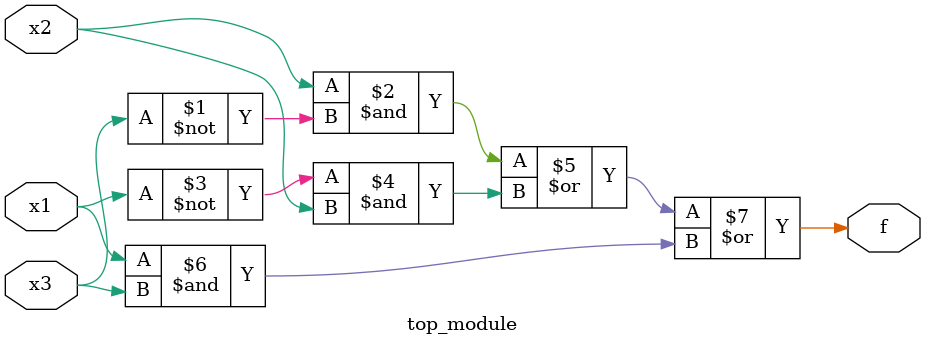
<source format=sv>
module top_module (
    input x3,
    input x2,
    input x1,
    output f
);

assign f = (x2 & ~x3) | (~x1 & x2) | (x1 & x3);

endmodule

</source>
